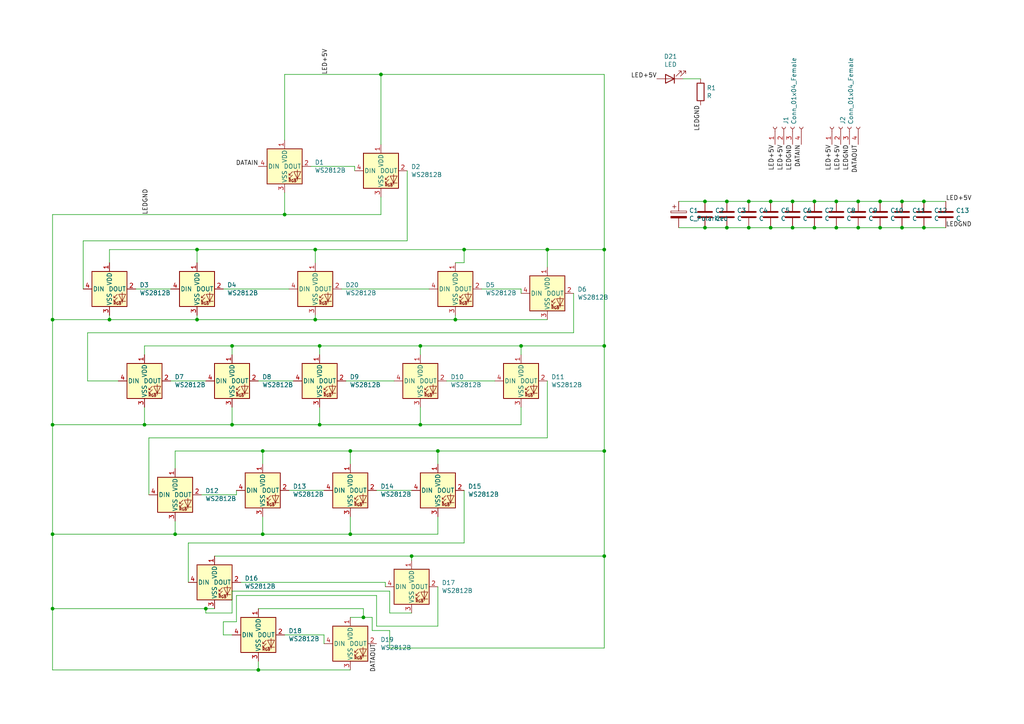
<source format=kicad_sch>
(kicad_sch (version 20211123) (generator eeschema)
  (paper "A4")
  (title_block (title "APU PANEL") (date "2023-02-10") (rev "3") (company "www.openhornet.com") (comment 1 "License:  CC BY-NC-SA"))
  (lib_symbols
    (symbol "Connector:Conn_01x04_Female" (pin_names (offset 1.016) hide)
      (property "Reference" "J" (at 0 5.08 0))
      (property "Value" "Conn_01x04_Female" (at 0 -7.62 0))
      (symbol "Conn_01x04_Female_1_1"
        (arc (start 0 -4.572) (mid -0.508 -5.08) (end 0 -5.588) (stroke (width 0.1524)))
        (arc (start 0 -2.032) (mid -0.508 -2.54) (end 0 -3.048) (stroke (width 0.1524)))
        (polyline (pts (xy -1.27 -5.08) (xy -0.508 -5.08)) (stroke (width 0.1524)))
        (polyline (pts (xy -1.27 -2.54) (xy -0.508 -2.54)) (stroke (width 0.1524)))
        (polyline (pts (xy -1.27 0) (xy -0.508 0)) (stroke (width 0.1524)))
        (polyline (pts (xy -1.27 2.54) (xy -0.508 2.54)) (stroke (width 0.1524)))
        (arc (start 0 0.508) (mid -0.508 0) (end 0 -0.508) (stroke (width 0.1524)))
        (arc (start 0 3.048) (mid -0.508 2.54) (end 0 2.032) (stroke (width 0.1524)))
        (pin passive line (at -5.08 2.54 0) (length 3.81) (name "Pin_1") (number "1"))
        (pin passive line (at -5.08 0 0) (length 3.81) (name "Pin_2") (number "2"))
        (pin passive line (at -5.08 -2.54 0) (length 3.81) (name "Pin_3") (number "3"))
        (pin passive line (at -5.08 -5.08 0) (length 3.81) (name "Pin_4") (number "4"))
      )
    )
    (symbol "Device:C" (pin_numbers hide) (pin_names (offset 0.254))
      (property "Reference" "C" (at 0.635 2.54 0))
      (property "Value" "C" (at 0.635 -2.54 0))
      (symbol "C_0_1"
        (polyline (pts (xy -2.032 -0.762) (xy 2.032 -0.762)) (stroke (width 0.508)))
        (polyline (pts (xy -2.032 0.762) (xy 2.032 0.762)) (stroke (width 0.508)))
      )
      (symbol "C_1_1"
        (pin passive line (at 0 3.81 270) (length 2.794) (name "~") (number "1"))
        (pin passive line (at 0 -3.81 90) (length 2.794) (name "~") (number "2"))
      )
    )
    (symbol "Device:C_Polarized" (pin_numbers hide) (pin_names (offset 0.254))
      (property "Reference" "C" (at 0.635 2.54 0))
      (property "Value" "C_Polarized" (at 0.635 -2.54 0))
      (symbol "C_Polarized_0_1"
        (rectangle (start -2.286 0.508) (end 2.286 1.016))
        (polyline (pts (xy -1.778 2.286) (xy -0.762 2.286)))
        (polyline (pts (xy -1.27 2.794) (xy -1.27 1.778)))
        (rectangle (start 2.286 -0.508) (end -2.286 -1.016) (fill (type outline)))
      )
      (symbol "C_Polarized_1_1"
        (pin passive line (at 0 3.81 270) (length 2.794) (name "~") (number "1"))
        (pin passive line (at 0 -3.81 90) (length 2.794) (name "~") (number "2"))
      )
    )
    (symbol "Device:LED" (pin_numbers hide) (pin_names (offset 1.016) hide)
      (property "Reference" "D" (at 0 2.54 0))
      (property "Value" "LED" (at 0 -2.54 0))
      (symbol "LED_0_1"
        (polyline (pts (xy -1.27 -1.27) (xy -1.27 1.27)) (stroke (width 0.254)))
        (polyline (pts (xy -1.27 0) (xy 1.27 0)))
        (polyline (pts (xy 1.27 -1.27) (xy 1.27 1.27) (xy -1.27 0) (xy 1.27 -1.27)) (stroke (width 0.254)))
        (polyline (pts (xy -3.048 -0.762) (xy -4.572 -2.286) (xy -3.81 -2.286) (xy -4.572 -2.286) (xy -4.572 -1.524)))
        (polyline (pts (xy -1.778 -0.762) (xy -3.302 -2.286) (xy -2.54 -2.286) (xy -3.302 -2.286) (xy -3.302 -1.524)))
      )
      (symbol "LED_1_1"
        (pin passive line (at -3.81 0 0) (length 2.54) (name "K") (number "1"))
        (pin passive line (at 3.81 0 180) (length 2.54) (name "A") (number "2"))
      )
    )
    (symbol "Device:R" (pin_numbers hide) (pin_names (offset 0))
      (property "Reference" "R" (at 2.032 0 90))
      (property "Value" "R" (at 0 0 90))
      (symbol "R_0_1"
        (rectangle (start -1.016 -2.54) (end 1.016 2.54) (stroke (width 0.254)))
      )
      (symbol "R_1_1"
        (pin passive line (at 0 3.81 270) (length 1.27) (name "~") (number "1"))
        (pin passive line (at 0 -3.81 90) (length 1.27) (name "~") (number "2"))
      )
    )
    (symbol "LED:WS2812B" (pin_names (offset 0.254))
      (property "Reference" "D" (at 5.08 5.715 0))
      (property "Value" "WS2812B" (at 1.27 -5.715 0))
      (symbol "WS2812B_0_0"
        (text "RGB" (at 2.286 -4.191 0) (effects (font (size 0.762 0.762))))
      )
      (symbol "WS2812B_0_1"
        (polyline (pts (xy 1.27 -3.556) (xy 1.778 -3.556)))
        (polyline (pts (xy 1.27 -2.54) (xy 1.778 -2.54)))
        (polyline (pts (xy 4.699 -3.556) (xy 2.667 -3.556)))
        (polyline (pts (xy 2.286 -2.54) (xy 1.27 -3.556) (xy 1.27 -3.048)))
        (polyline (pts (xy 2.286 -1.524) (xy 1.27 -2.54) (xy 1.27 -2.032)))
        (polyline (pts (xy 3.683 -1.016) (xy 3.683 -3.556) (xy 3.683 -4.064)))
        (polyline (pts (xy 4.699 -1.524) (xy 2.667 -1.524) (xy 3.683 -3.556) (xy 4.699 -1.524)))
        (rectangle (start 5.08 5.08) (end -5.08 -5.08) (stroke (width 0.254)) (fill (type background)))
      )
      (symbol "WS2812B_1_1"
        (pin power_in line (at 0 7.62 270) (length 2.54) (name "VDD") (number "1"))
        (pin output line (at 7.62 0 180) (length 2.54) (name "DOUT") (number "2"))
        (pin power_in line (at 0 -7.62 90) (length 2.54) (name "VSS") (number "3"))
        (pin input line (at -7.62 0 0) (length 2.54) (name "DIN") (number "4"))
      )
    )
  )
  (junction (at 76.2 154.94))
  (junction (at 175.26 72.39))
  (junction (at 67.31 100.33))
  (junction (at 236.22 66.04))
  (junction (at 255.27 66.04))
  (junction (at 229.87 66.04))
  (junction (at 15.24 92.71))
  (junction (at 267.97 58.42))
  (junction (at 110.49 21.59))
  (junction (at 204.47 58.42))
  (junction (at 134.62 72.39))
  (junction (at 132.08 92.71))
  (junction (at 74.93 194.31))
  (junction (at 210.82 58.42))
  (junction (at 242.57 58.42))
  (junction (at 15.24 176.53))
  (junction (at 217.17 58.42))
  (junction (at 267.97 66.04))
  (junction (at 105.41 179.07))
  (junction (at 119.38 161.29))
  (junction (at 92.71 100.33))
  (junction (at 229.87 58.42))
  (junction (at 57.15 92.71))
  (junction (at 175.26 100.33))
  (junction (at 261.62 66.04))
  (junction (at 223.52 58.42))
  (junction (at 242.57 66.04))
  (junction (at 67.31 123.19))
  (junction (at 57.15 72.39))
  (junction (at 121.92 123.19))
  (junction (at 175.26 130.81))
  (junction (at 236.22 58.42))
  (junction (at 101.6 154.94))
  (junction (at 151.13 100.33))
  (junction (at 101.6 130.81))
  (junction (at 223.52 66.04))
  (junction (at 15.24 123.19))
  (junction (at 261.62 58.42))
  (junction (at 248.92 58.42))
  (junction (at 82.55 62.23))
  (junction (at 255.27 58.42))
  (junction (at 91.44 92.71))
  (junction (at 217.17 66.04))
  (junction (at 50.8 154.94))
  (junction (at 59.69 176.53))
  (junction (at 175.26 161.29))
  (junction (at 210.82 66.04))
  (junction (at 76.2 130.81))
  (junction (at 92.71 123.19))
  (junction (at 158.75 72.39))
  (junction (at 91.44 72.39))
  (junction (at 204.47 66.04))
  (junction (at 121.92 100.33))
  (junction (at 127 130.81))
  (junction (at 15.24 154.94))
  (junction (at 248.92 66.04))
  (junction (at 31.75 92.71))
  (junction (at 41.91 123.19))
  (wire (pts (xy 175.26 21.59) (xy 175.26 72.39)))
  (wire (pts (xy 92.71 100.33) (xy 121.92 100.33)))
  (wire (pts (xy 261.62 66.04) (xy 267.97 66.04)))
  (wire (pts (xy 101.6 149.86) (xy 101.6 154.94)))
  (wire (pts (xy 67.31 171.45) (xy 67.31 177.8)))
  (wire (pts (xy 82.55 21.59) (xy 110.49 21.59)))
  (wire (pts (xy 15.24 194.31) (xy 15.24 176.53)))
  (wire (pts (xy 82.55 21.59) (xy 82.55 40.64)))
  (wire (pts (xy 166.37 85.09) (xy 166.37 96.52)))
  (wire (pts (xy 109.22 172.72) (xy 68.58 172.72)))
  (wire (pts (xy 109.22 142.24) (xy 119.38 142.24)))
  (wire (pts (xy 113.03 182.88) (xy 107.95 182.88)))
  (wire (pts (xy 119.38 162.56) (xy 119.38 161.29)))
  (wire (pts (xy 101.6 194.31) (xy 74.93 194.31)))
  (wire (pts (xy 107.95 179.07) (xy 105.41 179.07)))
  (wire (pts (xy 267.97 66.04) (xy 274.32 66.04)))
  (wire (pts (xy 210.82 66.04) (xy 217.17 66.04)))
  (wire (pts (xy 175.26 130.81) (xy 175.26 161.29)))
  (wire (pts (xy 261.62 58.42) (xy 255.27 58.42)))
  (wire (pts (xy 74.93 176.53) (xy 105.41 176.53)))
  (wire (pts (xy 119.38 161.29) (xy 175.26 161.29)))
  (wire (pts (xy 210.82 58.42) (xy 204.47 58.42)))
  (wire (pts (xy 198.12 22.86) (xy 203.2 22.86)))
  (wire (pts (xy 59.69 177.8) (xy 59.69 176.53)))
  (wire (pts (xy 110.49 21.59) (xy 110.49 41.91)))
  (wire (pts (xy 111.76 168.91) (xy 111.76 170.18)))
  (wire (pts (xy 127 170.18) (xy 127 181.61)))
  (wire (pts (xy 57.15 92.71) (xy 31.75 92.71)))
  (wire (pts (xy 15.24 92.71) (xy 15.24 62.23)))
  (wire (pts (xy 139.7 83.82) (xy 151.13 83.82)))
  (wire (pts (xy 50.8 135.89) (xy 50.8 130.81)))
  (wire (pts (xy 118.11 69.85) (xy 24.13 69.85)))
  (wire (pts (xy 24.13 69.85) (xy 24.13 83.82)))
  (wire (pts (xy 25.4 110.49) (xy 34.29 110.49)))
  (wire (pts (xy 132.08 92.71) (xy 91.44 92.71)))
  (wire (pts (xy 91.44 76.2) (xy 91.44 72.39)))
  (wire (pts (xy 83.82 142.24) (xy 93.98 142.24)))
  (wire (pts (xy 25.4 96.52) (xy 25.4 110.49)))
  (wire (pts (xy 223.52 58.42) (xy 217.17 58.42)))
  (wire (pts (xy 92.71 102.87) (xy 92.71 100.33)))
  (wire (pts (xy 248.92 66.04) (xy 255.27 66.04)))
  (wire (pts (xy 274.32 58.42) (xy 267.97 58.42)))
  (wire (pts (xy 110.49 62.23) (xy 82.55 62.23)))
  (wire (pts (xy 41.91 102.87) (xy 41.91 100.33)))
  (wire (pts (xy 41.91 123.19) (xy 15.24 123.19)))
  (wire (pts (xy 82.55 62.23) (xy 15.24 62.23)))
  (wire (pts (xy 54.61 157.48) (xy 54.61 168.91)))
  (wire (pts (xy 113.03 177.8) (xy 113.03 171.45)))
  (wire (pts (xy 64.77 184.15) (xy 67.31 184.15)))
  (wire (pts (xy 67.31 100.33) (xy 92.71 100.33)))
  (wire (pts (xy 132.08 91.44) (xy 132.08 92.71)))
  (wire (pts (xy 92.71 123.19) (xy 67.31 123.19)))
  (wire (pts (xy 127 130.81) (xy 175.26 130.81)))
  (wire (pts (xy 99.06 83.82) (xy 124.46 83.82)))
  (wire (pts (xy 127 149.86) (xy 127 154.94)))
  (wire (pts (xy 118.11 49.53) (xy 118.11 69.85)))
  (wire (pts (xy 74.93 191.77) (xy 74.93 194.31)))
  (wire (pts (xy 62.23 176.53) (xy 59.69 176.53)))
  (wire (pts (xy 58.42 143.51) (xy 68.58 143.51)))
  (wire (pts (xy 31.75 91.44) (xy 31.75 92.71)))
  (wire (pts (xy 91.44 92.71) (xy 57.15 92.71)))
  (wire (pts (xy 248.92 58.42) (xy 242.57 58.42)))
  (wire (pts (xy 121.92 100.33) (xy 151.13 100.33)))
  (wire (pts (xy 50.8 151.13) (xy 50.8 154.94)))
  (wire (pts (xy 242.57 66.04) (xy 248.92 66.04)))
  (wire (pts (xy 158.75 77.47) (xy 158.75 72.39)))
  (wire (pts (xy 175.26 72.39) (xy 175.26 100.33)))
  (wire (pts (xy 236.22 58.42) (xy 229.87 58.42)))
  (wire (pts (xy 158.75 110.49) (xy 158.75 127)))
  (wire (pts (xy 166.37 96.52) (xy 25.4 96.52)))
  (wire (pts (xy 76.2 130.81) (xy 101.6 130.81)))
  (wire (pts (xy 105.41 179.07) (xy 101.6 179.07)))
  (wire (pts (xy 134.62 76.2) (xy 134.62 72.39)))
  (wire (pts (xy 158.75 92.71) (xy 132.08 92.71)))
  (wire (pts (xy 113.03 187.96) (xy 113.03 182.88)))
  (wire (pts (xy 175.26 100.33) (xy 175.26 130.81)))
  (wire (pts (xy 68.58 143.51) (xy 68.58 142.24)))
  (wire (pts (xy 15.24 176.53) (xy 15.24 154.94)))
  (wire (pts (xy 255.27 58.42) (xy 248.92 58.42)))
  (wire (pts (xy 127 134.62) (xy 127 130.81)))
  (wire (pts (xy 49.53 110.49) (xy 59.69 110.49)))
  (wire (pts (xy 134.62 157.48) (xy 54.61 157.48)))
  (wire (pts (xy 204.47 66.04) (xy 210.82 66.04)))
  (wire (pts (xy 151.13 100.33) (xy 175.26 100.33)))
  (wire (pts (xy 59.69 176.53) (xy 15.24 176.53)))
  (wire (pts (xy 41.91 118.11) (xy 41.91 123.19)))
  (wire (pts (xy 68.58 172.72) (xy 68.58 180.34)))
  (wire (pts (xy 67.31 102.87) (xy 67.31 100.33)))
  (wire (pts (xy 110.49 57.15) (xy 110.49 62.23)))
  (wire (pts (xy 39.37 83.82) (xy 49.53 83.82)))
  (wire (pts (xy 242.57 58.42) (xy 236.22 58.42)))
  (wire (pts (xy 50.8 154.94) (xy 15.24 154.94)))
  (wire (pts (xy 151.13 123.19) (xy 121.92 123.19)))
  (wire (pts (xy 121.92 123.19) (xy 92.71 123.19)))
  (wire (pts (xy 15.24 123.19) (xy 15.24 92.71)))
  (wire (pts (xy 102.87 48.26) (xy 102.87 49.53)))
  (wire (pts (xy 67.31 123.19) (xy 41.91 123.19)))
  (wire (pts (xy 62.23 161.29) (xy 119.38 161.29)))
  (wire (pts (xy 196.85 66.04) (xy 204.47 66.04)))
  (wire (pts (xy 204.47 58.42) (xy 196.85 58.42)))
  (wire (pts (xy 82.55 184.15) (xy 93.98 184.15)))
  (wire (pts (xy 68.58 180.34) (xy 64.77 180.34)))
  (wire (pts (xy 121.92 102.87) (xy 121.92 100.33)))
  (wire (pts (xy 57.15 72.39) (xy 31.75 72.39)))
  (wire (pts (xy 175.26 161.29) (xy 175.26 187.96)))
  (wire (pts (xy 57.15 91.44) (xy 57.15 92.71)))
  (wire (pts (xy 127 154.94) (xy 101.6 154.94)))
  (wire (pts (xy 217.17 66.04) (xy 223.52 66.04)))
  (wire (pts (xy 134.62 142.24) (xy 134.62 157.48)))
  (wire (pts (xy 223.52 66.04) (xy 229.87 66.04)))
  (wire (pts (xy 90.17 48.26) (xy 102.87 48.26)))
  (wire (pts (xy 107.95 182.88) (xy 107.95 179.07)))
  (wire (pts (xy 74.93 110.49) (xy 85.09 110.49)))
  (wire (pts (xy 229.87 66.04) (xy 236.22 66.04)))
  (wire (pts (xy 229.87 58.42) (xy 223.52 58.42)))
  (wire (pts (xy 267.97 58.42) (xy 261.62 58.42)))
  (wire (pts (xy 92.71 118.11) (xy 92.71 123.19)))
  (wire (pts (xy 129.54 110.49) (xy 143.51 110.49)))
  (wire (pts (xy 76.2 154.94) (xy 50.8 154.94)))
  (wire (pts (xy 93.98 184.15) (xy 93.98 186.69)))
  (wire (pts (xy 119.38 177.8) (xy 113.03 177.8)))
  (wire (pts (xy 113.03 171.45) (xy 67.31 171.45)))
  (wire (pts (xy 101.6 134.62) (xy 101.6 130.81)))
  (wire (pts (xy 76.2 149.86) (xy 76.2 154.94)))
  (wire (pts (xy 101.6 130.81) (xy 127 130.81)))
  (wire (pts (xy 101.6 154.94) (xy 76.2 154.94)))
  (wire (pts (xy 109.22 181.61) (xy 109.22 172.72)))
  (wire (pts (xy 67.31 177.8) (xy 59.69 177.8)))
  (wire (pts (xy 134.62 72.39) (xy 158.75 72.39)))
  (wire (pts (xy 127 181.61) (xy 109.22 181.61)))
  (wire (pts (xy 82.55 55.88) (xy 82.55 62.23)))
  (wire (pts (xy 151.13 102.87) (xy 151.13 100.33)))
  (wire (pts (xy 105.41 176.53) (xy 105.41 179.07)))
  (wire (pts (xy 175.26 21.59) (xy 110.49 21.59)))
  (wire (pts (xy 64.77 83.82) (xy 83.82 83.82)))
  (wire (pts (xy 121.92 118.11) (xy 121.92 123.19)))
  (wire (pts (xy 43.18 127) (xy 43.18 143.51)))
  (wire (pts (xy 158.75 127) (xy 43.18 127)))
  (wire (pts (xy 31.75 92.71) (xy 15.24 92.71)))
  (wire (pts (xy 50.8 130.81) (xy 76.2 130.81)))
  (wire (pts (xy 91.44 91.44) (xy 91.44 92.71)))
  (wire (pts (xy 151.13 83.82) (xy 151.13 85.09)))
  (wire (pts (xy 76.2 134.62) (xy 76.2 130.81)))
  (wire (pts (xy 67.31 118.11) (xy 67.31 123.19)))
  (wire (pts (xy 255.27 66.04) (xy 261.62 66.04)))
  (wire (pts (xy 175.26 187.96) (xy 113.03 187.96)))
  (wire (pts (xy 236.22 66.04) (xy 242.57 66.04)))
  (wire (pts (xy 158.75 72.39) (xy 175.26 72.39)))
  (wire (pts (xy 64.77 180.34) (xy 64.77 184.15)))
  (wire (pts (xy 57.15 72.39) (xy 91.44 72.39)))
  (wire (pts (xy 151.13 118.11) (xy 151.13 123.19)))
  (wire (pts (xy 100.33 110.49) (xy 114.3 110.49)))
  (wire (pts (xy 217.17 58.42) (xy 210.82 58.42)))
  (wire (pts (xy 134.62 76.2) (xy 132.08 76.2)))
  (wire (pts (xy 15.24 154.94) (xy 15.24 123.19)))
  (wire (pts (xy 41.91 100.33) (xy 67.31 100.33)))
  (wire (pts (xy 91.44 72.39) (xy 134.62 72.39)))
  (wire (pts (xy 69.85 168.91) (xy 111.76 168.91)))
  (wire (pts (xy 57.15 72.39) (xy 57.15 76.2)))
  (wire (pts (xy 31.75 72.39) (xy 31.75 76.2)))
  (wire (pts (xy 74.93 194.31) (xy 15.24 194.31)))
  (label "LEDGND" (at 43.18 62.23 90))
  (label "LED+5V" (at 227.33 41.91 270))
  (label "LED+5V" (at 224.79 41.91 270))
  (label "LED+5V" (at 274.32 58.42 0))
  (label "LED+5V" (at 95.25 21.59 90))
  (label "LEDGND" (at 246.38 41.91 270))
  (label "DATAOUT" (at 109.22 186.69 270))
  (label "DATAIN" (at 232.41 41.91 270))
  (label "LED+5V" (at 190.5 22.86 180))
  (label "LED+5V" (at 243.84 41.91 270))
  (label "LEDGND" (at 229.87 41.91 270))
  (label "LED+5V" (at 241.3 41.91 270))
  (label "DATAIN" (at 74.93 48.26 180))
  (label "LEDGND" (at 203.2 30.48 270))
  (label "DATAOUT" (at 248.92 41.91 270))
  (label "LEDGND" (at 274.32 66.04 0))
  (symbol (lib_id "LED:WS2812B") (at 82.55 48.26 0) (unit 1)
    (property "Reference" "D1" (at 91.2876 47.0916 0) (effects (justify left)))
    (property "Value" "WS2812B" (at 91.2876 49.403 0) (effects (justify left)))
    (property "Footprint" "OH_Footprints:LED_WS2812B_PLCC4_5.0x5.0mm_P3.2mm" (effects hide))
    (property "Datasheet" "https://datasheet.lcsc.com/lcsc/2106062036_Worldsemi-WS2812B-B-W_C2761795.pdf" (effects hide))
  )
  (symbol (lib_id "LED:WS2812B") (at 110.49 49.53 0) (unit 1)
    (property "Reference" "D2" (at 119.2276 48.3616 0) (effects (justify left)))
    (property "Value" "WS2812B" (at 119.2276 50.673 0) (effects (justify left)))
    (property "Footprint" "OH_Footprints:LED_WS2812B_PLCC4_5.0x5.0mm_P3.2mm" (effects hide))
    (property "Datasheet" "https://datasheet.lcsc.com/lcsc/2106062036_Worldsemi-WS2812B-B-W_C2761795.pdf" (effects hide))
  )
  (symbol (lib_id "LED:WS2812B") (at 132.08 83.82 0) (unit 1)
    (property "Reference" "D5" (at 140.8176 82.6516 0) (effects (justify left)))
    (property "Value" "WS2812B" (at 140.8176 84.963 0) (effects (justify left)))
    (property "Footprint" "OH_Footprints:LED_WS2812B_PLCC4_5.0x5.0mm_P3.2mm" (effects hide))
    (property "Datasheet" "https://datasheet.lcsc.com/lcsc/2106062036_Worldsemi-WS2812B-B-W_C2761795.pdf" (effects hide))
  )
  (symbol (lib_id "LED:WS2812B") (at 158.75 85.09 0) (unit 1)
    (property "Reference" "D6" (at 167.4876 83.9216 0) (effects (justify left)))
    (property "Value" "WS2812B" (at 167.4876 86.233 0) (effects (justify left)))
    (property "Footprint" "OH_Footprints:LED_WS2812B_PLCC4_5.0x5.0mm_P3.2mm" (effects hide))
    (property "Datasheet" "https://datasheet.lcsc.com/lcsc/2106062036_Worldsemi-WS2812B-B-W_C2761795.pdf" (effects hide))
  )
  (symbol (lib_id "LED:WS2812B") (at 31.75 83.82 0) (unit 1)
    (property "Reference" "D3" (at 40.4876 82.6516 0) (effects (justify left)))
    (property "Value" "WS2812B" (at 40.4876 84.963 0) (effects (justify left)))
    (property "Footprint" "OH_Footprints:LED_WS2812B_PLCC4_5.0x5.0mm_P3.2mm" (effects hide))
    (property "Datasheet" "https://datasheet.lcsc.com/lcsc/2106062036_Worldsemi-WS2812B-B-W_C2761795.pdf" (effects hide))
  )
  (symbol (lib_id "LED:WS2812B") (at 57.15 83.82 0) (unit 1)
    (property "Reference" "D4" (at 65.8876 82.6516 0) (effects (justify left)))
    (property "Value" "WS2812B" (at 65.8876 84.963 0) (effects (justify left)))
    (property "Footprint" "OH_Footprints:LED_WS2812B_PLCC4_5.0x5.0mm_P3.2mm" (effects hide))
    (property "Datasheet" "https://datasheet.lcsc.com/lcsc/2106062036_Worldsemi-WS2812B-B-W_C2761795.pdf" (effects hide))
  )
  (symbol (lib_id "LED:WS2812B") (at 41.91 110.49 0) (unit 1)
    (property "Reference" "D7" (at 50.6476 109.3216 0) (effects (justify left)))
    (property "Value" "WS2812B" (at 50.6476 111.633 0) (effects (justify left)))
    (property "Footprint" "OH_Footprints:LED_WS2812B_PLCC4_5.0x5.0mm_P3.2mm" (effects hide))
    (property "Datasheet" "https://datasheet.lcsc.com/lcsc/2106062036_Worldsemi-WS2812B-B-W_C2761795.pdf" (effects hide))
  )
  (symbol (lib_id "LED:WS2812B") (at 67.31 110.49 0) (unit 1)
    (property "Reference" "D8" (at 76.0476 109.3216 0) (effects (justify left)))
    (property "Value" "WS2812B" (at 76.0476 111.633 0) (effects (justify left)))
    (property "Footprint" "OH_Footprints:LED_WS2812B_PLCC4_5.0x5.0mm_P3.2mm" (effects hide))
    (property "Datasheet" "https://datasheet.lcsc.com/lcsc/2106062036_Worldsemi-WS2812B-B-W_C2761795.pdf" (effects hide))
  )
  (symbol (lib_id "LED:WS2812B") (at 92.71 110.49 0) (unit 1)
    (property "Reference" "D9" (at 101.4476 109.3216 0) (effects (justify left)))
    (property "Value" "WS2812B" (at 101.4476 111.633 0) (effects (justify left)))
    (property "Footprint" "OH_Footprints:LED_WS2812B_PLCC4_5.0x5.0mm_P3.2mm" (effects hide))
    (property "Datasheet" "https://datasheet.lcsc.com/lcsc/2106062036_Worldsemi-WS2812B-B-W_C2761795.pdf" (effects hide))
  )
  (symbol (lib_id "LED:WS2812B") (at 121.92 110.49 0) (unit 1)
    (property "Reference" "D10" (at 130.6576 109.3216 0) (effects (justify left)))
    (property "Value" "WS2812B" (at 130.6576 111.633 0) (effects (justify left)))
    (property "Footprint" "OH_Footprints:LED_WS2812B_PLCC4_5.0x5.0mm_P3.2mm" (effects hide))
    (property "Datasheet" "https://datasheet.lcsc.com/lcsc/2106062036_Worldsemi-WS2812B-B-W_C2761795.pdf" (effects hide))
  )
  (symbol (lib_id "LED:WS2812B") (at 151.13 110.49 0) (unit 1)
    (property "Reference" "D11" (at 159.8676 109.3216 0) (effects (justify left)))
    (property "Value" "WS2812B" (at 159.8676 111.633 0) (effects (justify left)))
    (property "Footprint" "OH_Footprints:LED_WS2812B_PLCC4_5.0x5.0mm_P3.2mm" (effects hide))
    (property "Datasheet" "https://datasheet.lcsc.com/lcsc/2106062036_Worldsemi-WS2812B-B-W_C2761795.pdf" (effects hide))
  )
  (symbol (lib_id "LED:WS2812B") (at 50.8 143.51 0) (unit 1)
    (property "Reference" "D12" (at 59.5376 142.3416 0) (effects (justify left)))
    (property "Value" "WS2812B" (at 59.5376 144.653 0) (effects (justify left)))
    (property "Footprint" "OH_Footprints:LED_WS2812B_PLCC4_5.0x5.0mm_P3.2mm" (effects hide))
    (property "Datasheet" "https://datasheet.lcsc.com/lcsc/2106062036_Worldsemi-WS2812B-B-W_C2761795.pdf" (effects hide))
  )
  (symbol (lib_id "LED:WS2812B") (at 76.2 142.24 0) (unit 1)
    (property "Reference" "D13" (at 84.9376 141.0716 0) (effects (justify left)))
    (property "Value" "WS2812B" (at 84.9376 143.383 0) (effects (justify left)))
    (property "Footprint" "OH_Footprints:LED_WS2812B_PLCC4_5.0x5.0mm_P3.2mm" (effects hide))
    (property "Datasheet" "https://datasheet.lcsc.com/lcsc/2106062036_Worldsemi-WS2812B-B-W_C2761795.pdf" (effects hide))
  )
  (symbol (lib_id "LED:WS2812B") (at 101.6 142.24 0) (unit 1)
    (property "Reference" "D14" (at 110.3376 141.0716 0) (effects (justify left)))
    (property "Value" "WS2812B" (at 110.3376 143.383 0) (effects (justify left)))
    (property "Footprint" "OH_Footprints:LED_WS2812B_PLCC4_5.0x5.0mm_P3.2mm" (effects hide))
    (property "Datasheet" "https://datasheet.lcsc.com/lcsc/2106062036_Worldsemi-WS2812B-B-W_C2761795.pdf" (effects hide))
  )
  (symbol (lib_id "LED:WS2812B") (at 127 142.24 0) (unit 1)
    (property "Reference" "D15" (at 135.7376 141.0716 0) (effects (justify left)))
    (property "Value" "WS2812B" (at 135.7376 143.383 0) (effects (justify left)))
    (property "Footprint" "OH_Footprints:LED_WS2812B_PLCC4_5.0x5.0mm_P3.2mm" (effects hide))
    (property "Datasheet" "https://datasheet.lcsc.com/lcsc/2106062036_Worldsemi-WS2812B-B-W_C2761795.pdf" (effects hide))
  )
  (symbol (lib_id "LED:WS2812B") (at 62.23 168.91 0) (unit 1)
    (property "Reference" "D16" (at 70.9676 167.7416 0) (effects (justify left)))
    (property "Value" "WS2812B" (at 70.9676 170.053 0) (effects (justify left)))
    (property "Footprint" "OH_Footprints:LED_WS2812B_PLCC4_5.0x5.0mm_P3.2mm" (effects hide))
    (property "Datasheet" "https://datasheet.lcsc.com/lcsc/2106062036_Worldsemi-WS2812B-B-W_C2761795.pdf" (effects hide))
  )
  (symbol (lib_id "LED:WS2812B") (at 74.93 184.15 0) (unit 1)
    (property "Reference" "D18" (at 83.6676 182.9816 0) (effects (justify left)))
    (property "Value" "WS2812B" (at 83.6676 185.293 0) (effects (justify left)))
    (property "Footprint" "OH_Footprints:LED_WS2812B_PLCC4_5.0x5.0mm_P3.2mm" (effects hide))
    (property "Datasheet" "https://datasheet.lcsc.com/lcsc/2106062036_Worldsemi-WS2812B-B-W_C2761795.pdf" (effects hide))
  )
  (symbol (lib_id "LED:WS2812B") (at 101.6 186.69 0) (unit 1)
    (property "Reference" "D19" (at 110.3376 185.5216 0) (effects (justify left)))
    (property "Value" "WS2812B" (at 110.3376 187.833 0) (effects (justify left)))
    (property "Footprint" "OH_Footprints:LED_WS2812B_PLCC4_5.0x5.0mm_P3.2mm" (effects hide))
    (property "Datasheet" "https://datasheet.lcsc.com/lcsc/2106062036_Worldsemi-WS2812B-B-W_C2761795.pdf" (effects hide))
  )
  (symbol (lib_id "LED:WS2812B") (at 119.38 170.18 0) (unit 1)
    (property "Reference" "D17" (at 128.1176 169.0116 0) (effects (justify left)))
    (property "Value" "WS2812B" (at 128.1176 171.323 0) (effects (justify left)))
    (property "Footprint" "OH_Footprints:LED_WS2812B_PLCC4_5.0x5.0mm_P3.2mm" (effects hide))
    (property "Datasheet" "https://datasheet.lcsc.com/lcsc/2106062036_Worldsemi-WS2812B-B-W_C2761795.pdf" (effects hide))
  )
  (symbol (lib_id "LED:WS2812B") (at 91.44 83.82 0) (unit 1)
    (property "Reference" "D20" (at 100.1776 82.6516 0) (effects (justify left)))
    (property "Value" "WS2812B" (at 100.1776 84.963 0) (effects (justify left)))
    (property "Footprint" "OH_Footprints:LED_WS2812B_PLCC4_5.0x5.0mm_P3.2mm" (effects hide))
    (property "Datasheet" "https://datasheet.lcsc.com/lcsc/2106062036_Worldsemi-WS2812B-B-W_C2761795.pdf" (effects hide))
  )
  (symbol (lib_id "Device:LED") (at 194.31 22.86 180) (unit 1)
    (property "Reference" "D21" (at 194.4878 16.383 0))
    (property "Value" "LED" (at 194.4878 18.6944 0))
    (property "Footprint" "OH_Footprints:LED_D3.0mm" (effects hide))
  )
  (symbol (lib_id "Device:R") (at 203.2 26.67 0) (unit 1)
    (property "Reference" "R1" (at 204.978 25.5016 0) (effects (justify left)))
    (property "Value" "R" (at 204.978 27.813 0) (effects (justify left)))
    (property "Footprint" "OH_Footprints:R_0603_1608Metric" (effects hide))
    (property "Datasheet" "https://datasheet.lcsc.com/lcsc/2206010116_UNI-ROYAL-Uniroyal-Elec-0603WAF4700T5E_C23179.pdf" (effects hide))
  )
  (symbol (lib_id "Device:C") (at 204.47 62.23 0) (unit 1)
    (property "Reference" "C2" (at 207.391 61.0616 0) (effects (justify left)))
    (property "Value" "C" (at 207.391 63.373 0) (effects (justify left)))
    (property "Footprint" "OH_Footprints:C_0603_1608Metric" (effects hide))
    (property "Datasheet" "https://datasheet.lcsc.com/lcsc/1809301912_YAGEO-CC0603KRX7R9BB104_C14663.pdf" (effects hide))
  )
  (symbol (lib_id "Device:C") (at 210.82 62.23 0) (unit 1)
    (property "Reference" "C3" (at 213.741 61.0616 0) (effects (justify left)))
    (property "Value" "C" (at 213.741 63.373 0) (effects (justify left)))
    (property "Footprint" "OH_Footprints:C_0603_1608Metric" (effects hide))
    (property "Datasheet" "https://datasheet.lcsc.com/lcsc/1809301912_YAGEO-CC0603KRX7R9BB104_C14663.pdf" (effects hide))
  )
  (symbol (lib_id "Device:C") (at 217.17 62.23 0) (unit 1)
    (property "Reference" "C4" (at 220.091 61.0616 0) (effects (justify left)))
    (property "Value" "C" (at 220.091 63.373 0) (effects (justify left)))
    (property "Footprint" "OH_Footprints:C_0603_1608Metric" (effects hide))
    (property "Datasheet" "https://datasheet.lcsc.com/lcsc/1809301912_YAGEO-CC0603KRX7R9BB104_C14663.pdf" (effects hide))
  )
  (symbol (lib_id "Device:C") (at 223.52 62.23 0) (unit 1)
    (property "Reference" "C5" (at 226.441 61.0616 0) (effects (justify left)))
    (property "Value" "C" (at 226.441 63.373 0) (effects (justify left)))
    (property "Footprint" "OH_Footprints:C_0603_1608Metric" (effects hide))
    (property "Datasheet" "https://datasheet.lcsc.com/lcsc/1809301912_YAGEO-CC0603KRX7R9BB104_C14663.pdf" (effects hide))
  )
  (symbol (lib_id "Device:C") (at 229.87 62.23 0) (unit 1)
    (property "Reference" "C6" (at 232.791 61.0616 0) (effects (justify left)))
    (property "Value" "C" (at 232.791 63.373 0) (effects (justify left)))
    (property "Footprint" "OH_Footprints:C_0603_1608Metric" (effects hide))
    (property "Datasheet" "https://datasheet.lcsc.com/lcsc/1809301912_YAGEO-CC0603KRX7R9BB104_C14663.pdf" (effects hide))
  )
  (symbol (lib_id "Device:C") (at 236.22 62.23 0) (unit 1)
    (property "Reference" "C7" (at 239.141 61.0616 0) (effects (justify left)))
    (property "Value" "C" (at 239.141 63.373 0) (effects (justify left)))
    (property "Footprint" "OH_Footprints:C_0603_1608Metric" (effects hide))
    (property "Datasheet" "https://datasheet.lcsc.com/lcsc/1809301912_YAGEO-CC0603KRX7R9BB104_C14663.pdf" (effects hide))
  )
  (symbol (lib_id "Device:C") (at 242.57 62.23 0) (unit 1)
    (property "Reference" "C8" (at 245.491 61.0616 0) (effects (justify left)))
    (property "Value" "C" (at 245.491 63.373 0) (effects (justify left)))
    (property "Footprint" "OH_Footprints:C_0603_1608Metric" (effects hide))
    (property "Datasheet" "https://datasheet.lcsc.com/lcsc/1809301912_YAGEO-CC0603KRX7R9BB104_C14663.pdf" (effects hide))
  )
  (symbol (lib_id "Device:C") (at 248.92 62.23 0) (unit 1)
    (property "Reference" "C9" (at 251.841 61.0616 0) (effects (justify left)))
    (property "Value" "C" (at 251.841 63.373 0) (effects (justify left)))
    (property "Footprint" "OH_Footprints:C_0603_1608Metric" (effects hide))
    (property "Datasheet" "https://datasheet.lcsc.com/lcsc/1809301912_YAGEO-CC0603KRX7R9BB104_C14663.pdf" (effects hide))
  )
  (symbol (lib_id "Device:C") (at 255.27 62.23 0) (unit 1)
    (property "Reference" "C10" (at 258.191 61.0616 0) (effects (justify left)))
    (property "Value" "C" (at 258.191 63.373 0) (effects (justify left)))
    (property "Footprint" "OH_Footprints:C_0603_1608Metric" (effects hide))
    (property "Datasheet" "https://datasheet.lcsc.com/lcsc/1809301912_YAGEO-CC0603KRX7R9BB104_C14663.pdf" (effects hide))
  )
  (symbol (lib_id "Device:C") (at 261.62 62.23 0) (unit 1)
    (property "Reference" "C11" (at 264.541 61.0616 0) (effects (justify left)))
    (property "Value" "C" (at 264.541 63.373 0) (effects (justify left)))
    (property "Footprint" "OH_Footprints:C_0603_1608Metric" (effects hide))
    (property "Datasheet" "https://datasheet.lcsc.com/lcsc/1809301912_YAGEO-CC0603KRX7R9BB104_C14663.pdf" (effects hide))
  )
  (symbol (lib_id "Device:C") (at 267.97 62.23 0) (unit 1)
    (property "Reference" "C12" (at 270.891 61.0616 0) (effects (justify left)))
    (property "Value" "C" (at 270.891 63.373 0) (effects (justify left)))
    (property "Footprint" "OH_Footprints:C_0603_1608Metric" (effects hide))
    (property "Datasheet" "https://datasheet.lcsc.com/lcsc/1809301912_YAGEO-CC0603KRX7R9BB104_C14663.pdf" (effects hide))
  )
  (symbol (lib_id "Device:C") (at 274.32 62.23 0) (unit 1)
    (property "Reference" "C13" (at 277.241 61.0616 0) (effects (justify left)))
    (property "Value" "C" (at 277.241 63.373 0) (effects (justify left)))
    (property "Footprint" "OH_Footprints:C_0603_1608Metric" (effects hide))
    (property "Datasheet" "https://datasheet.lcsc.com/lcsc/1809301912_YAGEO-CC0603KRX7R9BB104_C14663.pdf" (effects hide))
  )
  (symbol (lib_id "Connector:Conn_01x04_Female") (at 227.33 36.83 90) (unit 1)
    (property "Reference" "J1" (at 227.9396 36.1188 0) (effects (justify left)))
    (property "Value" "Conn_01x04_Female" (at 230.251 36.1188 0) (effects (justify left)))
    (property "Footprint" "OH_Footprints:Molex_Mini-Fit_Jr_5566-04A_2x02_P4.20mm_Vertical" (effects hide))
    (property "Datasheet" "https://www.molex.com/molex/search/partSearch?query=39281043&pQuery=" (effects hide))
  )
  (symbol (lib_id "Connector:Conn_01x04_Female") (at 243.84 36.83 90) (unit 1)
    (property "Reference" "J2" (at 244.4496 36.1188 0) (effects (justify left)))
    (property "Value" "Conn_01x04_Female" (at 246.761 36.1188 0) (effects (justify left)))
    (property "Footprint" "OH_Footprints:Molex_Mini-Fit_Jr_5566-04A_2x02_P4.20mm_Vertical" (effects hide))
    (property "Datasheet" "https://www.molex.com/molex/search/partSearch?query=39281043&pQuery=" (effects hide))
  )
  (symbol (lib_id "Device:C_Polarized") (at 196.85 62.23 0) (unit 1)
    (property "Reference" "C1" (at 199.8472 61.0616 0) (effects (justify left)))
    (property "Value" "C_Polarized" (at 199.8472 63.373 0) (effects (justify left)))
    (property "Footprint" "OH_Footprints:CP_Elec_8x10" (effects hide))
    (property "Datasheet" "https://www.mouser.com/datasheet/2/293/e_uwt-1847810.pdf" (effects hide))
  )
)
</source>
